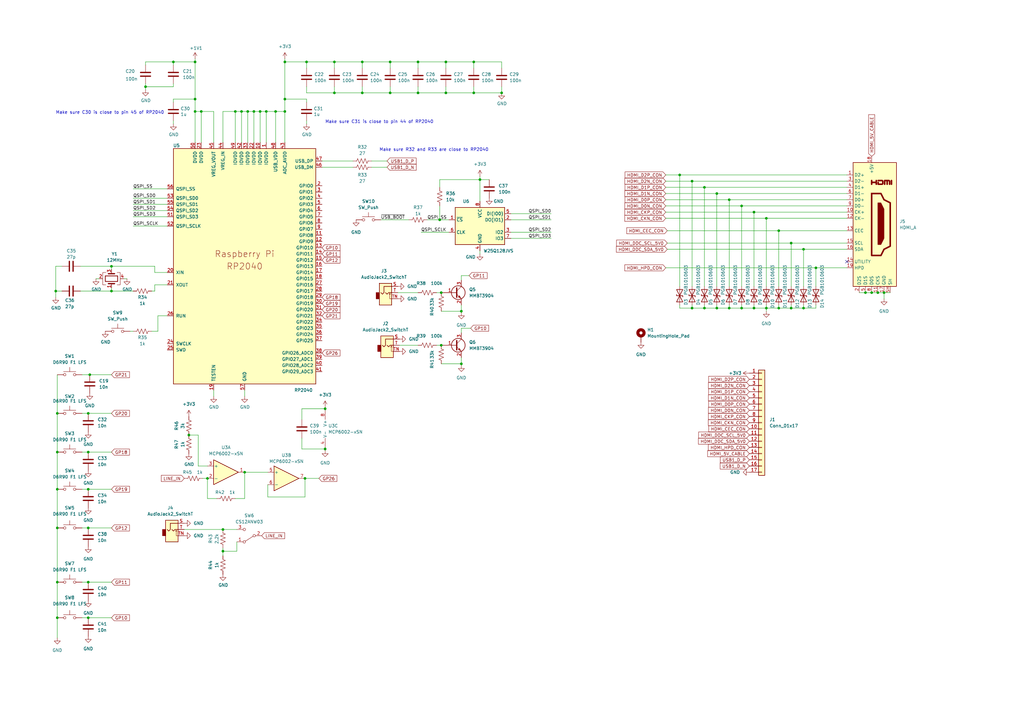
<source format=kicad_sch>
(kicad_sch (version 20230121) (generator eeschema)
  (paper "A3")
  (junction (at 334.645 109.855))
  (junction (at 299.085 81.915))
  (junction (at 36.195 200.66))
  (junction (at 36.195 238.76))
  (junction (at 362.585 120.015))
  (junction (at 148.59 25.4))
  (junction (at 91.44 226.06))
  (junction (at 360.045 120.015))
  (junction (at 309.245 86.995))
  (junction (at 36.195 253.365))
  (junction (at 278.765 71.755))
  (junction (at 77.47 178.435))
  (junction (at 283.845 74.295))
  (junction (at 288.925 126.365))
  (junction (at 171.45 38.1))
  (junction (at 137.16 38.1))
  (junction (at 319.405 126.365))
  (junction (at 100.33 193.675))
  (junction (at 36.195 185.42))
  (junction (at 357.505 120.015))
  (junction (at 82.55 45.72))
  (junction (at 180.975 141.605))
  (junction (at 304.165 84.455))
  (junction (at 116.84 45.72))
  (junction (at 125.095 196.215))
  (junction (at 36.195 169.545))
  (junction (at 23.495 200.66))
  (junction (at 294.005 126.365))
  (junction (at 71.12 25.4))
  (junction (at 189.23 127.635))
  (junction (at 160.02 38.1))
  (junction (at 194.31 38.1))
  (junction (at 85.09 196.215))
  (junction (at 148.59 38.1))
  (junction (at 324.485 126.365))
  (junction (at 133.35 167.64))
  (junction (at 319.405 94.615))
  (junction (at 96.52 45.72))
  (junction (at 23.495 216.535))
  (junction (at 180.975 120.015))
  (junction (at 182.88 38.1))
  (junction (at 116.84 25.4))
  (junction (at 116.84 40.64))
  (junction (at 106.68 45.72))
  (junction (at 314.325 89.535))
  (junction (at 80.01 25.4))
  (junction (at 324.485 99.695))
  (junction (at 59.69 35.56))
  (junction (at 125.73 25.4))
  (junction (at 309.245 126.365))
  (junction (at 171.45 25.4))
  (junction (at 194.31 25.4))
  (junction (at 182.88 25.4))
  (junction (at 196.85 73.66))
  (junction (at 23.495 253.365))
  (junction (at 45.72 109.22))
  (junction (at 109.22 45.72))
  (junction (at 205.74 38.1))
  (junction (at 91.44 217.17))
  (junction (at 314.325 126.365))
  (junction (at 189.23 149.225))
  (junction (at 23.495 185.42))
  (junction (at 137.16 25.4))
  (junction (at 45.72 119.38))
  (junction (at 99.06 45.72))
  (junction (at 23.495 238.76))
  (junction (at 101.6 45.72))
  (junction (at 22.86 119.38))
  (junction (at 80.01 40.64))
  (junction (at 299.085 126.365))
  (junction (at 329.565 126.365))
  (junction (at 354.965 120.015))
  (junction (at 36.195 216.535))
  (junction (at 160.02 25.4))
  (junction (at 113.03 45.72))
  (junction (at 80.01 45.72))
  (junction (at 36.83 153.67))
  (junction (at 283.845 126.365))
  (junction (at 104.14 45.72))
  (junction (at 288.925 76.835))
  (junction (at 294.005 79.375))
  (junction (at 180.34 90.17))
  (junction (at 133.35 184.15))
  (junction (at 304.165 126.365))
  (junction (at 23.495 169.545))
  (junction (at 329.565 102.235))
  (no_connect (at 347.345 107.315))
  (wire (pts (xy 319.405 125.095) (xy 319.405 126.365)))
  (wire (pts (xy 23.495 253.365) (xy 23.495 261.62)))
  (wire (pts (xy 71.12 40.64) (xy 80.01 40.64)))
  (wire (pts (xy 137.16 25.4) (xy 148.59 25.4)))
  (wire (pts (xy 33.02 109.22) (xy 45.72 109.22)))
  (wire (pts (xy 80.01 40.64) (xy 80.01 45.72)))
  (wire (pts (xy 59.69 34.29) (xy 59.69 35.56)))
  (wire (pts (xy 113.03 58.42) (xy 113.03 45.72)))
  (wire (pts (xy 80.01 25.4) (xy 80.01 40.64)))
  (wire (pts (xy 324.485 125.095) (xy 324.485 126.365)))
  (wire (pts (xy 45.72 253.365) (xy 36.195 253.365)))
  (wire (pts (xy 148.59 25.4) (xy 160.02 25.4)))
  (wire (pts (xy 100.33 204.47) (xy 100.33 193.675)))
  (wire (pts (xy 299.085 126.365) (xy 304.165 126.365)))
  (wire (pts (xy 23.495 238.76) (xy 23.495 253.365)))
  (wire (pts (xy 304.165 84.455) (xy 304.165 117.475)))
  (wire (pts (xy 133.35 167.005) (xy 133.35 167.64)))
  (wire (pts (xy 273.685 99.695) (xy 324.485 99.695)))
  (wire (pts (xy 125.73 35.56) (xy 125.73 38.1)))
  (wire (pts (xy 309.245 126.365) (xy 314.325 126.365)))
  (wire (pts (xy 45.72 109.22) (xy 63.5 109.22)))
  (wire (pts (xy 23.495 153.67) (xy 23.495 169.545)))
  (wire (pts (xy 362.585 120.015) (xy 362.585 122.555)))
  (wire (pts (xy 109.22 45.72) (xy 113.03 45.72)))
  (wire (pts (xy 273.05 79.375) (xy 294.005 79.375)))
  (wire (pts (xy 205.74 35.56) (xy 205.74 38.1)))
  (wire (pts (xy 273.05 109.855) (xy 334.645 109.855)))
  (wire (pts (xy 189.23 149.86) (xy 189.23 149.225)))
  (wire (pts (xy 354.965 120.015) (xy 357.505 120.015)))
  (wire (pts (xy 288.925 125.095) (xy 288.925 126.365)))
  (wire (pts (xy 54.61 83.82) (xy 68.58 83.82)))
  (wire (pts (xy 180.34 84.455) (xy 180.34 90.17)))
  (wire (pts (xy 283.845 74.295) (xy 283.845 117.475)))
  (wire (pts (xy 45.72 169.545) (xy 36.195 169.545)))
  (wire (pts (xy 205.74 25.4) (xy 194.31 25.4)))
  (wire (pts (xy 116.84 25.4) (xy 116.84 40.64)))
  (wire (pts (xy 125.73 49.53) (xy 125.73 50.8)))
  (wire (pts (xy 71.12 49.53) (xy 71.12 50.8)))
  (wire (pts (xy 54.61 88.9) (xy 68.58 88.9)))
  (wire (pts (xy 82.55 58.42) (xy 82.55 45.72)))
  (wire (pts (xy 75.565 217.17) (xy 91.44 217.17)))
  (wire (pts (xy 273.685 94.615) (xy 319.405 94.615)))
  (wire (pts (xy 304.165 84.455) (xy 347.345 84.455)))
  (wire (pts (xy 319.405 94.615) (xy 319.405 117.475)))
  (wire (pts (xy 180.34 90.17) (xy 184.15 90.17)))
  (wire (pts (xy 45.72 119.38) (xy 54.61 119.38)))
  (wire (pts (xy 63.5 111.76) (xy 63.5 109.22)))
  (wire (pts (xy 97.155 226.06) (xy 91.44 226.06)))
  (wire (pts (xy 123.825 179.705) (xy 123.825 184.15)))
  (wire (pts (xy 64.77 135.89) (xy 64.77 129.54)))
  (wire (pts (xy 91.44 226.06) (xy 91.44 224.79)))
  (wire (pts (xy 334.645 126.365) (xy 329.565 126.365)))
  (wire (pts (xy 33.02 119.38) (xy 45.72 119.38)))
  (wire (pts (xy 50.8 114.3) (xy 52.07 114.3)))
  (wire (pts (xy 180.34 73.66) (xy 196.85 73.66)))
  (wire (pts (xy 196.85 73.66) (xy 200.66 73.66)))
  (wire (pts (xy 273.05 89.535) (xy 314.325 89.535)))
  (wire (pts (xy 33.655 200.66) (xy 36.195 200.66)))
  (wire (pts (xy 22.86 109.22) (xy 22.86 119.38)))
  (wire (pts (xy 299.085 125.095) (xy 299.085 126.365)))
  (wire (pts (xy 148.59 27.94) (xy 148.59 25.4)))
  (wire (pts (xy 209.55 87.63) (xy 226.06 87.63)))
  (wire (pts (xy 314.325 126.365) (xy 319.405 126.365)))
  (wire (pts (xy 283.845 125.095) (xy 283.845 126.365)))
  (wire (pts (xy 25.4 109.22) (xy 22.86 109.22)))
  (wire (pts (xy 171.45 38.1) (xy 160.02 38.1)))
  (wire (pts (xy 196.85 73.66) (xy 196.85 82.55)))
  (wire (pts (xy 104.14 58.42) (xy 104.14 45.72)))
  (wire (pts (xy 68.58 92.71) (xy 54.61 92.71)))
  (wire (pts (xy 319.405 126.365) (xy 324.485 126.365)))
  (wire (pts (xy 152.4 66.04) (xy 158.75 66.04)))
  (wire (pts (xy 329.565 102.235) (xy 329.565 117.475)))
  (wire (pts (xy 294.005 79.375) (xy 294.005 117.475)))
  (wire (pts (xy 123.825 172.085) (xy 123.825 167.64)))
  (wire (pts (xy 80.01 45.72) (xy 80.01 58.42)))
  (wire (pts (xy 180.975 141.605) (xy 179.07 141.605)))
  (wire (pts (xy 309.245 86.995) (xy 347.345 86.995)))
  (wire (pts (xy 36.195 169.545) (xy 33.655 169.545)))
  (wire (pts (xy 87.63 160.02) (xy 87.63 162.56)))
  (wire (pts (xy 180.975 127.635) (xy 189.23 127.635)))
  (wire (pts (xy 352.425 120.015) (xy 354.965 120.015)))
  (wire (pts (xy 189.23 128.27) (xy 189.23 127.635)))
  (wire (pts (xy 132.08 68.58) (xy 144.78 68.58)))
  (wire (pts (xy 288.925 126.365) (xy 294.005 126.365)))
  (wire (pts (xy 357.505 120.015) (xy 360.045 120.015)))
  (wire (pts (xy 59.69 35.56) (xy 59.69 36.83)))
  (wire (pts (xy 182.88 25.4) (xy 194.31 25.4)))
  (wire (pts (xy 160.02 38.1) (xy 148.59 38.1)))
  (wire (pts (xy 194.31 27.94) (xy 194.31 25.4)))
  (wire (pts (xy 116.84 25.4) (xy 125.73 25.4)))
  (wire (pts (xy 125.73 41.91) (xy 125.73 40.64)))
  (wire (pts (xy 68.58 77.47) (xy 54.61 77.47)))
  (wire (pts (xy 329.565 102.235) (xy 347.345 102.235)))
  (wire (pts (xy 283.845 74.295) (xy 347.345 74.295)))
  (wire (pts (xy 116.84 40.64) (xy 125.73 40.64)))
  (wire (pts (xy 125.095 196.215) (xy 130.81 196.215)))
  (wire (pts (xy 36.195 253.365) (xy 33.655 253.365)))
  (wire (pts (xy 45.72 118.11) (xy 45.72 119.38)))
  (wire (pts (xy 196.85 72.39) (xy 196.85 73.66)))
  (wire (pts (xy 45.72 238.76) (xy 36.195 238.76)))
  (wire (pts (xy 299.085 81.915) (xy 299.085 117.475)))
  (wire (pts (xy 63.5 111.76) (xy 68.58 111.76)))
  (wire (pts (xy 194.31 35.56) (xy 194.31 38.1)))
  (wire (pts (xy 160.02 25.4) (xy 171.45 25.4)))
  (wire (pts (xy 273.05 84.455) (xy 304.165 84.455)))
  (wire (pts (xy 163.195 120.015) (xy 171.45 120.015)))
  (wire (pts (xy 22.86 119.38) (xy 22.86 121.92)))
  (wire (pts (xy 189.23 113.03) (xy 189.23 114.935)))
  (wire (pts (xy 59.69 25.4) (xy 71.12 25.4)))
  (wire (pts (xy 182.88 38.1) (xy 194.31 38.1)))
  (wire (pts (xy 96.52 58.42) (xy 96.52 45.72)))
  (wire (pts (xy 36.83 153.67) (xy 33.655 153.67)))
  (wire (pts (xy 278.765 71.755) (xy 347.345 71.755)))
  (wire (pts (xy 54.61 81.28) (xy 68.58 81.28)))
  (wire (pts (xy 101.6 45.72) (xy 104.14 45.72)))
  (wire (pts (xy 62.23 119.38) (xy 63.5 119.38)))
  (wire (pts (xy 294.005 126.365) (xy 299.085 126.365)))
  (wire (pts (xy 182.88 38.1) (xy 171.45 38.1)))
  (wire (pts (xy 101.6 58.42) (xy 101.6 45.72)))
  (wire (pts (xy 123.825 167.64) (xy 133.35 167.64)))
  (wire (pts (xy 133.35 184.15) (xy 133.35 183.515)))
  (wire (pts (xy 113.03 45.72) (xy 116.84 45.72)))
  (wire (pts (xy 133.35 184.785) (xy 133.35 184.15)))
  (wire (pts (xy 91.44 45.72) (xy 96.52 45.72)))
  (wire (pts (xy 288.925 76.835) (xy 288.925 117.475)))
  (wire (pts (xy 175.26 90.17) (xy 180.34 90.17)))
  (wire (pts (xy 45.72 185.42) (xy 36.195 185.42)))
  (wire (pts (xy 294.005 79.375) (xy 347.345 79.375)))
  (wire (pts (xy 152.4 68.58) (xy 158.75 68.58)))
  (wire (pts (xy 23.495 169.545) (xy 23.495 185.42)))
  (wire (pts (xy 278.765 125.095) (xy 278.765 126.365)))
  (wire (pts (xy 45.72 200.66) (xy 36.195 200.66)))
  (wire (pts (xy 283.845 126.365) (xy 288.925 126.365)))
  (wire (pts (xy 189.23 149.225) (xy 189.23 146.685)))
  (wire (pts (xy 334.645 125.095) (xy 334.645 126.365)))
  (wire (pts (xy 59.69 26.67) (xy 59.69 25.4)))
  (wire (pts (xy 180.975 120.015) (xy 179.07 120.015)))
  (wire (pts (xy 180.975 149.225) (xy 189.23 149.225)))
  (wire (pts (xy 304.165 126.365) (xy 309.245 126.365)))
  (wire (pts (xy 23.495 185.42) (xy 23.495 200.66)))
  (wire (pts (xy 91.44 217.17) (xy 97.155 217.17)))
  (wire (pts (xy 160.02 27.94) (xy 160.02 25.4)))
  (wire (pts (xy 314.325 89.535) (xy 314.325 117.475)))
  (wire (pts (xy 288.925 76.835) (xy 347.345 76.835)))
  (wire (pts (xy 59.69 35.56) (xy 71.12 35.56)))
  (wire (pts (xy 106.68 58.42) (xy 106.68 45.72)))
  (wire (pts (xy 163.83 141.605) (xy 171.45 141.605)))
  (wire (pts (xy 125.73 25.4) (xy 137.16 25.4)))
  (wire (pts (xy 109.855 203.835) (xy 125.095 203.835)))
  (wire (pts (xy 81.28 191.135) (xy 81.28 178.435)))
  (wire (pts (xy 87.63 58.42) (xy 87.63 45.72)))
  (wire (pts (xy 192.405 113.03) (xy 189.23 113.03)))
  (wire (pts (xy 137.16 27.94) (xy 137.16 25.4)))
  (wire (pts (xy 64.77 135.89) (xy 62.23 135.89)))
  (wire (pts (xy 299.085 81.915) (xy 347.345 81.915)))
  (wire (pts (xy 91.44 227.965) (xy 91.44 226.06)))
  (wire (pts (xy 36.195 185.42) (xy 33.655 185.42)))
  (wire (pts (xy 273.05 71.755) (xy 278.765 71.755)))
  (wire (pts (xy 180.34 76.835) (xy 180.34 73.66)))
  (wire (pts (xy 99.06 45.72) (xy 101.6 45.72)))
  (wire (pts (xy 294.005 125.095) (xy 294.005 126.365)))
  (wire (pts (xy 96.52 45.72) (xy 99.06 45.72)))
  (wire (pts (xy 324.485 99.695) (xy 324.485 117.475)))
  (wire (pts (xy 171.45 25.4) (xy 182.88 25.4)))
  (wire (pts (xy 181.61 141.605) (xy 180.975 141.605)))
  (wire (pts (xy 181.61 120.015) (xy 180.975 120.015)))
  (wire (pts (xy 304.165 125.095) (xy 304.165 126.365)))
  (wire (pts (xy 278.765 71.755) (xy 278.765 117.475)))
  (wire (pts (xy 116.84 24.13) (xy 116.84 25.4)))
  (wire (pts (xy 99.06 58.42) (xy 99.06 45.72)))
  (wire (pts (xy 116.84 40.64) (xy 116.84 45.72)))
  (wire (pts (xy 109.22 45.72) (xy 109.22 58.42)))
  (wire (pts (xy 334.645 109.855) (xy 334.645 117.475)))
  (wire (pts (xy 362.585 120.015) (xy 365.125 120.015)))
  (wire (pts (xy 329.565 125.095) (xy 329.565 126.365)))
  (wire (pts (xy 334.645 109.855) (xy 347.345 109.855)))
  (wire (pts (xy 273.05 81.915) (xy 299.085 81.915)))
  (wire (pts (xy 116.84 45.72) (xy 116.84 58.42)))
  (wire (pts (xy 273.05 86.995) (xy 309.245 86.995)))
  (wire (pts (xy 85.09 191.135) (xy 81.28 191.135)))
  (wire (pts (xy 137.16 35.56) (xy 137.16 38.1)))
  (wire (pts (xy 324.485 99.695) (xy 347.345 99.695)))
  (wire (pts (xy 64.77 129.54) (xy 68.58 129.54)))
  (wire (pts (xy 97.155 222.25) (xy 97.155 226.06)))
  (wire (pts (xy 104.14 45.72) (xy 106.68 45.72)))
  (wire (pts (xy 23.495 216.535) (xy 23.495 238.76)))
  (wire (pts (xy 209.55 97.79) (xy 226.06 97.79)))
  (wire (pts (xy 133.35 167.64) (xy 133.35 168.275)))
  (wire (pts (xy 273.685 102.235) (xy 329.565 102.235)))
  (wire (pts (xy 132.08 66.04) (xy 144.78 66.04)))
  (wire (pts (xy 109.855 198.755) (xy 109.855 203.835)))
  (wire (pts (xy 91.44 58.42) (xy 91.44 45.72)))
  (wire (pts (xy 106.68 45.72) (xy 109.22 45.72)))
  (wire (pts (xy 88.9 204.47) (xy 85.09 204.47)))
  (wire (pts (xy 45.72 110.49) (xy 45.72 109.22)))
  (wire (pts (xy 123.825 184.15) (xy 133.35 184.15)))
  (wire (pts (xy 36.195 216.535) (xy 33.655 216.535)))
  (wire (pts (xy 85.09 204.47) (xy 85.09 196.215)))
  (wire (pts (xy 193.04 134.62) (xy 189.23 134.62)))
  (wire (pts (xy 182.88 35.56) (xy 182.88 38.1)))
  (wire (pts (xy 23.495 200.66) (xy 23.495 216.535)))
  (wire (pts (xy 156.21 90.17) (xy 167.64 90.17)))
  (wire (pts (xy 309.245 125.095) (xy 309.245 126.365)))
  (wire (pts (xy 100.33 193.675) (xy 109.855 193.675)))
  (wire (pts (xy 160.02 35.56) (xy 160.02 38.1)))
  (wire (pts (xy 309.245 86.995) (xy 309.245 117.475)))
  (wire (pts (xy 125.73 27.94) (xy 125.73 25.4)))
  (wire (pts (xy 314.325 126.365) (xy 314.325 125.095)))
  (wire (pts (xy 319.405 94.615) (xy 347.345 94.615)))
  (wire (pts (xy 54.61 86.36) (xy 68.58 86.36)))
  (wire (pts (xy 171.45 35.56) (xy 171.45 38.1)))
  (wire (pts (xy 209.55 90.17) (xy 226.06 90.17)))
  (wire (pts (xy 273.05 74.295) (xy 283.845 74.295)))
  (wire (pts (xy 314.325 89.535) (xy 347.345 89.535)))
  (wire (pts (xy 100.33 160.02) (xy 100.33 162.56)))
  (wire (pts (xy 25.4 119.38) (xy 22.86 119.38)))
  (wire (pts (xy 71.12 25.4) (xy 80.01 25.4)))
  (wire (pts (xy 71.12 26.67) (xy 71.12 25.4)))
  (wire (pts (xy 137.16 38.1) (xy 125.73 38.1)))
  (wire (pts (xy 205.74 27.94) (xy 205.74 25.4)))
  (wire (pts (xy 82.55 45.72) (xy 80.01 45.72)))
  (wire (pts (xy 36.195 238.76) (xy 33.655 238.76)))
  (wire (pts (xy 171.45 27.94) (xy 171.45 25.4)))
  (wire (pts (xy 196.85 102.87) (xy 196.85 104.14)))
  (wire (pts (xy 81.28 178.435) (xy 77.47 178.435)))
  (wire (pts (xy 189.23 134.62) (xy 189.23 136.525)))
  (wire (pts (xy 68.58 116.84) (xy 63.5 116.84)))
  (wire (pts (xy 71.12 41.91) (xy 71.12 40.64)))
  (wire (pts (xy 83.185 196.215) (xy 85.09 196.215)))
  (wire (pts (xy 360.045 120.015) (xy 362.585 120.015)))
  (wire (pts (xy 71.12 35.56) (xy 71.12 34.29)))
  (wire (pts (xy 182.88 27.94) (xy 182.88 25.4)))
  (wire (pts (xy 148.59 38.1) (xy 137.16 38.1)))
  (wire (pts (xy 148.59 35.56) (xy 148.59 38.1)))
  (wire (pts (xy 96.52 204.47) (xy 100.33 204.47)))
  (wire (pts (xy 87.63 45.72) (xy 82.55 45.72)))
  (wire (pts (xy 53.34 135.89) (xy 54.61 135.89)))
  (wire (pts (xy 189.23 127.635) (xy 189.23 125.095)))
  (wire (pts (xy 205.74 38.1) (xy 194.31 38.1)))
  (wire (pts (xy 314.325 126.365) (xy 314.325 127.635)))
  (wire (pts (xy 80.01 24.13) (xy 80.01 25.4)))
  (wire (pts (xy 39.37 114.3) (xy 40.64 114.3)))
  (wire (pts (xy 45.72 153.67) (xy 36.83 153.67)))
  (wire (pts (xy 172.72 95.25) (xy 184.15 95.25)))
  (wire (pts (xy 209.55 95.25) (xy 226.06 95.25)))
  (wire (pts (xy 273.05 76.835) (xy 288.925 76.835)))
  (wire (pts (xy 125.095 203.835) (xy 125.095 196.215)))
  (wire (pts (xy 63.5 116.84) (xy 63.5 119.38)))
  (wire (pts (xy 324.485 126.365) (xy 329.565 126.365)))
  (wire (pts (xy 45.72 216.535) (xy 36.195 216.535)))
  (wire (pts (xy 278.765 126.365) (xy 283.845 126.365)))
  (text "Make sure R32 and R33 are close to RP2040" (at 155.575 62.23 0) (effects (font (size 1.27 1.27)) (justify left bottom)))
  (text "Make sure C30 is close to pin 45 of RP2040" (at 22.86 46.99 0) (effects (font (size 1.27 1.27)) (justify left bottom)))
  (text "Make sure C31 is close to pin 44 of RP2040" (at 133.35 50.8 0) (effects (font (size 1.27 1.27)) (justify left bottom)))
  (label "QSPI_SD2" (at 54.61 86.36 0))
  (label "QSPI_SD1" (at 226.06 90.17 180))
  (label "QSPI_SD3" (at 54.61 88.9 0))
  (label "~{USB_BOOT}" (at 156.21 90.17 0))
  (label "QSPI_SCLK" (at 54.61 92.71 0))
  (label "QSPI_SS" (at 54.61 77.47 0))
  (label "QSPI_SD0" (at 226.06 87.63 180))
  (label "QSPI_SD1" (at 54.61 83.82 0))
  (label "QSPI_SCLK" (at 172.72 95.25 0))
  (label "QSPI_SD2" (at 226.06 95.25 180))
  (label "QSPI_SD0" (at 54.61 81.28 0))
  (label "QSPI_SD3" (at 226.06 97.79 180))
  (label "QSPI_SS" (at 175.26 90.17 0))
  (global_label "HDMI_5V_CABLE" (shape input) (at 307.34 186.055 180) (property "Intersheetrefs" "${INTERSHEET_REFS}" (effects hide)))
  (global_label "HDMI_D1P_CON" (shape input) (at 307.34 160.655 180) (property "Intersheetrefs" "${INTERSHEET_REFS}" (effects hide)))
  (global_label "HDMI_CKN_CON" (shape input) (at 273.05 89.535 180) (property "Intersheetrefs" "${INTERSHEET_REFS}" (effects hide)))
  (global_label "USB1_D_N" (shape input) (at 307.34 191.135 180) (property "Intersheetrefs" "${INTERSHEET_REFS}" (effects hide)))
  (global_label "HDMI_5V_CABLE" (shape input) (at 357.505 64.135 90) (property "Intersheetrefs" "${INTERSHEET_REFS}" (effects hide)))
  (global_label "GP26" (shape input) (at 132.08 144.78 0) (property "Intersheetrefs" "${INTERSHEET_REFS}" (effects hide)))
  (global_label "HDMI_D0N_CON" (shape input) (at 307.34 168.275 180) (property "Intersheetrefs" "${INTERSHEET_REFS}" (effects hide)))
  (global_label "HDMI_D2N_CON" (shape input) (at 273.05 74.295 180) (property "Intersheetrefs" "${INTERSHEET_REFS}" (effects hide)))
  (global_label "LINE_IN" (shape input) (at 107.315 219.71 0) (property "Intersheetrefs" "${INTERSHEET_REFS}" (effects hide)))
  (global_label "GP20" (shape input) (at 45.72 169.545 0) (property "Intersheetrefs" "${INTERSHEET_REFS}" (effects hide)))
  (global_label "USB1_D_N" (shape input) (at 158.75 68.58 0) (property "Intersheetrefs" "${INTERSHEET_REFS}" (effects hide)))
  (global_label "HDMI_D0N_CON" (shape input) (at 273.05 84.455 180) (property "Intersheetrefs" "${INTERSHEET_REFS}" (effects hide)))
  (global_label "HDMI_CKN_CON" (shape input) (at 307.34 173.355 180) (property "Intersheetrefs" "${INTERSHEET_REFS}" (effects hide)))
  (global_label "LINE_IN" (shape input) (at 75.565 196.215 180) (property "Intersheetrefs" "${INTERSHEET_REFS}" (effects hide)))
  (global_label "HDMI_DDC_SDA_5V0" (shape input) (at 307.34 180.975 180) (property "Intersheetrefs" "${INTERSHEET_REFS}" (effects hide)))
  (global_label "GP10" (shape input) (at 132.08 101.6 0) (property "Intersheetrefs" "${INTERSHEET_REFS}" (effects hide)))
  (global_label "GP18" (shape input) (at 45.72 185.42 0) (property "Intersheetrefs" "${INTERSHEET_REFS}" (effects hide)))
  (global_label "GP11" (shape input) (at 132.08 104.14 0) (property "Intersheetrefs" "${INTERSHEET_REFS}" (effects hide)))
  (global_label "GP21" (shape input) (at 45.72 153.67 0) (property "Intersheetrefs" "${INTERSHEET_REFS}" (effects hide)))
  (global_label "GP21" (shape input) (at 132.08 129.54 0) (property "Intersheetrefs" "${INTERSHEET_REFS}" (effects hide)))
  (global_label "USB1_D_P" (shape input) (at 158.75 66.04 0) (property "Intersheetrefs" "${INTERSHEET_REFS}" (effects hide)))
  (global_label "HDMI_CEC_CON" (shape input) (at 307.34 175.895 180) (property "Intersheetrefs" "${INTERSHEET_REFS}" (effects hide)))
  (global_label "GP18" (shape input) (at 132.08 121.92 0) (property "Intersheetrefs" "${INTERSHEET_REFS}" (effects hide)))
  (global_label "HDMI_D1N_CON" (shape input) (at 307.34 163.195 180) (property "Intersheetrefs" "${INTERSHEET_REFS}" (effects hide)))
  (global_label "HDMI_D0P_CON" (shape input) (at 307.34 165.735 180) (property "Intersheetrefs" "${INTERSHEET_REFS}" (effects hide)))
  (global_label "HDMI_HPD_CON" (shape input) (at 307.34 183.515 180) (property "Intersheetrefs" "${INTERSHEET_REFS}" (effects hide)))
  (global_label "HDMI_DDC_SCL_5V0" (shape input) (at 307.34 178.435 180) (property "Intersheetrefs" "${INTERSHEET_REFS}" (effects hide)))
  (global_label "GP12" (shape input) (at 45.72 216.535 0) (property "Intersheetrefs" "${INTERSHEET_REFS}" (effects hide)))
  (global_label "HDMI_D2P_CON" (shape input) (at 307.34 155.575 180) (property "Intersheetrefs" "${INTERSHEET_REFS}" (effects hide)))
  (global_label "HDMI_D1P_CON" (shape input) (at 273.05 76.835 180) (property "Intersheetrefs" "${INTERSHEET_REFS}" (effects hide)))
  (global_label "USB1_D_P" (shape input) (at 307.34 188.595 180) (property "Intersheetrefs" "${INTERSHEET_REFS}" (effects hide)))
  (global_label "GP19" (shape input) (at 132.08 124.46 0) (property "Intersheetrefs" "${INTERSHEET_REFS}" (effects hide)))
  (global_label "HDMI_D2P_CON" (shape input) (at 273.05 71.755 180) (property "Intersheetrefs" "${INTERSHEET_REFS}" (effects hide)))
  (global_label "GP10" (shape input) (at 193.04 134.62 0) (property "Intersheetrefs" "${INTERSHEET_REFS}" (effects hide)))
  (global_label "GP11" (shape input) (at 45.72 238.76 0) (property "Intersheetrefs" "${INTERSHEET_REFS}" (effects hide)))
  (global_label "HDMI_HPD_CON" (shape input) (at 273.05 109.855 180) (property "Intersheetrefs" "${INTERSHEET_REFS}" (effects hide)))
  (global_label "GP12" (shape input) (at 132.08 106.68 0) (property "Intersheetrefs" "${INTERSHEET_REFS}" (effects hide)))
  (global_label "HDMI_D0P_CON" (shape input) (at 273.05 81.915 180) (property "Intersheetrefs" "${INTERSHEET_REFS}" (effects hide)))
  (global_label "GP10" (shape input) (at 45.72 253.365 0) (property "Intersheetrefs" "${INTERSHEET_REFS}" (effects hide)))
  (global_label "HDMI_DDC_SCL_5V0" (shape input) (at 273.685 99.695 180) (property "Intersheetrefs" "${INTERSHEET_REFS}" (effects hide)))
  (global_label "GP26" (shape input) (at 130.81 196.215 0) (property "Intersheetrefs" "${INTERSHEET_REFS}" (effects hide)))
  (global_label "GP11" (shape input) (at 192.405 113.03 0) (property "Intersheetrefs" "${INTERSHEET_REFS}" (effects hide)))
  (global_label "HDMI_CKP_CON" (shape input) (at 273.05 86.995 180) (property "Intersheetrefs" "${INTERSHEET_REFS}" (effects hide)))
  (global_label "GP20" (shape input) (at 132.08 127 0) (property "Intersheetrefs" "${INTERSHEET_REFS}" (effects hide)))
  (global_label "HDMI_CKP_CON" (shape input) (at 307.34 170.815 180) (property "Intersheetrefs" "${INTERSHEET_REFS}" (effects hide)))
  (global_label "HDMI_D2N_CON" (shape input) (at 307.34 158.115 180) (property "Intersheetrefs" "${INTERSHEET_REFS}" (effects hide)))
  (global_label "HDMI_D1N_CON" (shape input) (at 273.05 79.375 180) (property "Intersheetrefs" "${INTERSHEET_REFS}" (effects hide)))
  (global_label "GP19" (shape input) (at 45.72 200.66 0) (property "Intersheetrefs" "${INTERSHEET_REFS}" (effects hide)))
  (global_label "HDMI_DDC_SDA_5V0" (shape input) (at 273.685 102.235 180) (property "Intersheetrefs" "${INTERSHEET_REFS}" (effects hide)))
  (global_label "HDMI_CEC_CON" (shape input) (at 273.685 94.615 180) (property "Intersheetrefs" "${INTERSHEET_REFS}" (effects hide)))
  (symbol (lib_id "Switch:SW_Push") (at 28.575 238.76 0) (unit 1)
    (property "Reference" "SW7" (at 28.575 231.14 0))
    (property "Value" "D6R90 F1 LFS" (at 28.575 233.68 0))
    (property "Footprint" "Button_Switch_THT:Push_E-Switch_KS01Q01" (effects hide))
  )
  (symbol (lib_id "Connector_Audio:AudioJack2_SwitchT") (at 70.485 217.17 0) (unit 1)
    (property "Reference" "J4" (at 69.85 208.28 0))
    (property "Value" "AudioJack2_SwitchT" (at 69.85 210.82 0))
    (property "Footprint" "Connector_Audio:Jack_3.5mm_QingPu_WQP-PJ398SM_Vertical_CircularHoles" (effects hide))
  )
  (symbol (lib_id "power:GND") (at 36.83 161.29 0) (unit 1)
    (property "Reference" "#PWR054" (effects hide))
    (property "Value" "GND" (at 36.83 166.37 0))
  )
  (symbol (lib_id "Device:D_TVS") (at 334.645 121.285 90) (unit 1)
    (property "Reference" "D14" (at 337.185 122.555 0) (effects (justify right)))
    (property "Value" "PGB1010603" (at 337.185 108.585 0) (effects (justify right)))
    (property "Footprint" "Diode_SMD:D_0603_1608Metric" (effects hide))
  )
  (symbol (lib_id "Device:R_US") (at 58.42 119.38 270) (unit 1)
    (property "Reference" "R34" (at 58.42 121.92 90))
    (property "Value" "1k" (at 58.42 124.46 90))
    (property "Footprint" "Resistor_SMD:R_0603_1608Metric" (effects hide))
  )
  (symbol (lib_id "power:+3V3") (at 77.47 170.815 0) (unit 1)
    (property "Reference" "#PWR067" (effects hide))
    (property "Value" "+3V3" (at 77.47 165.735 0))
  )
  (symbol (lib_id "Connector_Generic:Conn_01x17") (at 312.42 173.355 0) (unit 1)
    (property "Reference" "J1" (at 315.595 172.085 0) (effects (justify left)))
    (property "Value" "Conn_01x17" (at 315.595 174.625 0) (effects (justify left)))
    (property "Footprint" "Connector_PinSocket_2.54mm:PinSocket_1x17_P2.54mm_Vertical" (effects hide))
  )
  (symbol (lib_id "Device:C") (at 123.825 175.895 0) (unit 1)
    (property "Reference" "C39" (at 127 174.625 0) (effects (justify left)))
    (property "Value" "100n" (at 127 177.165 0) (effects (justify left)))
    (property "Footprint" "Capacitor_SMD:C_0603_1608Metric" (effects hide))
  )
  (symbol (lib_id "Switch:SW_Push") (at 28.575 216.535 0) (unit 1)
    (property "Reference" "SW5" (at 28.575 208.28 0))
    (property "Value" "D6R90 F1 LFS" (at 28.575 210.82 0))
    (property "Footprint" "Button_Switch_THT:Push_E-Switch_KS01Q01" (effects hide))
  )
  (symbol (lib_id "power:GND") (at 205.74 38.1 0) (unit 1)
    (property "Reference" "#PWR033" (effects hide))
    (property "Value" "GND" (at 205.867 42.4942 0))
  )
  (symbol (lib_id "Device:R_US") (at 180.975 145.415 180) (unit 1)
    (property "Reference" "R41" (at 177.165 149.225 90))
    (property "Value" "33k" (at 177.165 145.415 90))
    (property "Footprint" "Resistor_SMD:R_0603_1608Metric" (effects hide))
  )
  (symbol (lib_id "Device:D_TVS") (at 304.165 121.285 90) (unit 1)
    (property "Reference" "D8" (at 306.705 122.555 0) (effects (justify right)))
    (property "Value" "PGB1010603" (at 306.705 108.585 0) (effects (justify right)))
    (property "Footprint" "Diode_SMD:D_0603_1608Metric" (effects hide))
  )
  (symbol (lib_id "power:GND") (at 91.44 235.585 0) (unit 1)
    (property "Reference" "#PWR065" (effects hide))
    (property "Value" "GND" (at 91.567 239.9792 0))
  )
  (symbol (lib_id "Device:C") (at 160.02 31.75 0) (unit 1)
    (property "Reference" "C25" (at 163.195 30.48 0) (effects (justify left)))
    (property "Value" "100n" (at 163.195 33.02 0) (effects (justify left)))
    (property "Footprint" "Capacitor_SMD:C_0603_1608Metric" (effects hide))
  )
  (symbol (lib_id "Device:D_TVS") (at 309.245 121.285 90) (unit 1)
    (property "Reference" "D9" (at 311.785 122.555 0) (effects (justify right)))
    (property "Value" "PGB1010603" (at 311.785 108.585 0) (effects (justify right)))
    (property "Footprint" "Diode_SMD:D_0603_1608Metric" (effects hide))
  )
  (symbol (lib_id "Switch:SW_Push") (at 28.575 153.67 0) (unit 1)
    (property "Reference" "SW1" (at 28.575 146.05 0))
    (property "Value" "D6R90 F1 LFS" (at 28.575 148.59 0))
    (property "Footprint" "Button_Switch_THT:Push_E-Switch_KS01Q01" (effects hide))
  )
  (symbol (lib_id "power:GND") (at 189.23 128.27 0) (unit 1)
    (property "Reference" "#PWR063" (effects hide))
    (property "Value" "GND" (at 189.23 133.35 0))
  )
  (symbol (lib_id "Device:R_US") (at 79.375 196.215 90) (unit 1)
    (property "Reference" "R45" (at 76.835 193.675 90))
    (property "Value" "1k" (at 81.915 193.675 90))
    (property "Footprint" "Resistor_SMD:R_0603_1608Metric" (effects hide))
  )
  (symbol (lib_id "Transistor_BJT:MMBT3904") (at 186.69 120.015 0) (unit 1)
    (property "Reference" "Q5" (at 192.405 118.745 0) (effects (justify left)))
    (property "Value" "MMBT3904" (at 192.405 121.285 0) (effects (justify left)))
    (property "Footprint" "Package_TO_SOT_SMD:SOT-23" (effects hide))
    (property "Datasheet" "https://www.onsemi.com/pdf/datasheet/pzt3904-d.pdf" (effects hide))
  )
  (symbol (lib_id "Device:D_TVS") (at 294.005 121.285 90) (unit 1)
    (property "Reference" "D6" (at 296.545 122.555 0) (effects (justify right)))
    (property "Value" "PGB1010603" (at 296.545 108.585 0) (effects (justify right)))
    (property "Footprint" "Diode_SMD:D_0603_1608Metric" (effects hide))
  )
  (symbol (lib_id "power:GND") (at 163.195 117.475 90) (unit 1)
    (property "Reference" "#PWR039" (effects hide))
    (property "Value" "GND" (at 167.005 117.475 90) (effects (justify right)))
  )
  (symbol (lib_id "Device:R_US") (at 58.42 135.89 270) (unit 1)
    (property "Reference" "R35" (at 58.42 138.43 90))
    (property "Value" "1k" (at 58.42 140.97 90))
    (property "Footprint" "Resistor_SMD:R_0603_1608Metric" (effects hide))
  )
  (symbol (lib_id "power:GND") (at 77.47 186.055 0) (unit 1)
    (property "Reference" "#PWR066" (effects hide))
    (property "Value" "GND" (at 77.597 190.4492 0))
  )
  (symbol (lib_id "power:GND") (at 362.585 122.555 0) (unit 1)
    (property "Reference" "#PWR013" (effects hide))
    (property "Value" "GND" (at 362.585 127.635 0))
  )
  (symbol (lib_id "power:GND") (at 87.63 162.56 0) (unit 1)
    (property "Reference" "#PWR051" (effects hide))
    (property "Value" "GND" (at 87.757 166.9542 0))
  )
  (symbol (lib_id "Device:D_TVS") (at 283.845 121.285 90) (unit 1)
    (property "Reference" "D4" (at 286.385 122.555 0) (effects (justify right)))
    (property "Value" "PGB1010603" (at 286.385 108.585 0) (effects (justify right)))
    (property "Footprint" "Diode_SMD:D_0603_1608Metric" (effects hide))
  )
  (symbol (lib_id "Switch:SW_Push") (at 28.575 253.365 0) (unit 1)
    (property "Reference" "SW8" (at 28.575 245.11 0))
    (property "Value" "D6R90 F1 LFS" (at 28.575 247.65 0))
    (property "Footprint" "Button_Switch_THT:Push_E-Switch_KS01Q01" (effects hide))
  )
  (symbol (lib_id "Device:C") (at 125.73 45.72 0) (unit 1)
    (property "Reference" "C31" (at 128.651 44.5516 0) (effects (justify left)))
    (property "Value" "1u" (at 128.651 46.863 0) (effects (justify left)))
    (property "Footprint" "Capacitor_SMD:C_0603_1608Metric" (effects hide))
  )
  (symbol (lib_id "Mechanical:MountingHole_Pad") (at 262.89 137.795 0) (unit 1)
    (property "Reference" "H1" (at 265.43 135.255 0) (effects (justify left)))
    (property "Value" "MountingHole_Pad" (at 265.43 137.795 0) (effects (justify left)))
    (property "Footprint" "MountingHole:MountingHole_3.2mm_M3_DIN965_Pad" (effects hide))
  )
  (symbol (lib_id "power:GND") (at 133.35 184.785 0) (unit 1)
    (property "Reference" "#PWR064" (effects hide))
    (property "Value" "GND" (at 133.35 189.865 0))
  )
  (symbol (lib_id "Connector:HDMI_A") (at 357.505 92.075 0) (unit 1)
    (property "Reference" "J5" (at 368.935 90.805 0) (effects (justify left)))
    (property "Value" "HDMI_A" (at 368.935 93.345 0) (effects (justify left)))
    (property "Footprint" "footprints:MOLEX_476591101" (effects hide))
    (property "Datasheet" "https://en.wikipedia.org/wiki/HDMI" (effects hide))
  )
  (symbol (lib_id "power:GND") (at 39.37 114.3 0) (unit 1)
    (property "Reference" "#PWR042" (effects hide))
    (property "Value" "GND" (at 39.497 118.6942 0))
  )
  (symbol (lib_id "Device:C") (at 71.12 30.48 0) (unit 1)
    (property "Reference" "C21" (at 74.93 29.21 0) (effects (justify left)))
    (property "Value" "100n" (at 74.93 31.75 0) (effects (justify left)))
    (property "Footprint" "Capacitor_SMD:C_0603_1608Metric" (effects hide))
  )
  (symbol (lib_id "Device:C") (at 36.195 220.345 0) (unit 1)
    (property "Reference" "C38" (at 40.005 219.075 0) (effects (justify left)))
    (property "Value" "10n" (at 40.005 221.615 0) (effects (justify left)))
    (property "Footprint" "Capacitor_SMD:C_0603_1608Metric" (effects hide))
  )
  (symbol (lib_id "Device:R_US") (at 91.44 220.98 0) (unit 1)
    (property "Reference" "R43" (at 86.36 220.98 90))
    (property "Value" "2.2k" (at 88.9 220.98 90))
    (property "Footprint" "Resistor_SMD:R_0603_1608Metric" (effects hide))
  )
  (symbol (lib_id "Device:D_TVS") (at 314.325 121.285 90) (unit 1)
    (property "Reference" "D10" (at 316.865 122.555 0) (effects (justify right)))
    (property "Value" "PGB1010603" (at 316.865 108.585 0) (effects (justify right)))
    (property "Footprint" "Diode_SMD:D_0603_1608Metric" (effects hide))
  )
  (symbol (lib_id "power:GND") (at 36.195 224.155 0) (unit 1)
    (property "Reference" "#PWR058" (effects hide))
    (property "Value" "GND" (at 36.195 229.235 0))
  )
  (symbol (lib_id "Device:C") (at 36.195 242.57 0) (unit 1)
    (property "Reference" "C40" (at 40.005 241.3 0) (effects (justify left)))
    (property "Value" "10n" (at 40.005 243.84 0) (effects (justify left)))
    (property "Footprint" "Capacitor_SMD:C_0603_1608Metric" (effects hide))
  )
  (symbol (lib_id "power:GND") (at 163.83 139.065 90) (unit 1)
    (property "Reference" "#PWR018" (effects hide))
    (property "Value" "GND" (at 167.64 139.065 90) (effects (justify right)))
  )
  (symbol (lib_id "power:GND") (at 36.195 260.985 0) (unit 1)
    (property "Reference" "#PWR061" (effects hide))
    (property "Value" "GND" (at 36.195 266.065 0))
  )
  (symbol (lib_id "Device:C") (at 205.74 31.75 0) (unit 1)
    (property "Reference" "C29" (at 208.915 30.48 0) (effects (justify left)))
    (property "Value" "100n" (at 208.915 33.02 0) (effects (justify left)))
    (property "Footprint" "Capacitor_SMD:C_0603_1608Metric" (effects hide))
  )
  (symbol (lib_id "Device:R_US") (at 180.34 80.645 180) (unit 1)
    (property "Reference" "R36" (at 182.88 79.375 0) (effects (justify right)))
    (property "Value" "10k" (at 182.88 81.915 0) (effects (justify right)))
    (property "Footprint" "Resistor_SMD:R_0603_1608Metric" (effects hide))
  )
  (symbol (lib_id "Device:C") (at 125.73 31.75 0) (unit 1)
    (property "Reference" "C22" (at 128.905 30.48 0) (effects (justify left)))
    (property "Value" "100n" (at 128.905 33.02 0) (effects (justify left)))
    (property "Footprint" "Capacitor_SMD:C_0603_1608Metric" (effects hide))
  )
  (symbol (lib_id "Device:C") (at 29.21 109.22 270) (unit 1)
    (property "Reference" "C35" (at 27.305 102.87 90) (effects (justify left)))
    (property "Value" "27p" (at 27.305 105.41 90) (effects (justify left)))
    (property "Footprint" "Capacitor_SMD:C_0603_1608Metric" (effects hide))
  )
  (symbol (lib_id "Switch:SW_Push") (at 28.575 200.66 0) (unit 1)
    (property "Reference" "SW4" (at 28.575 193.04 0))
    (property "Value" "D6R90 F1 LFS" (at 28.575 195.58 0))
    (property "Footprint" "Button_Switch_THT:Push_E-Switch_KS01Q01" (effects hide))
  )
  (symbol (lib_id "power:+3V3") (at 196.85 72.39 0) (unit 1)
    (property "Reference" "#PWR036" (effects hide))
    (property "Value" "+3V3" (at 196.85 67.31 0))
  )
  (symbol (lib_id "Device:R_US") (at 180.975 123.825 180) (unit 1)
    (property "Reference" "R40" (at 177.165 127.635 90))
    (property "Value" "33k" (at 177.165 123.825 90))
    (property "Footprint" "Resistor_SMD:R_0603_1608Metric" (effects hide))
  )
  (symbol (lib_id "power:GND") (at 100.33 162.56 0) (unit 1)
    (property "Reference" "#PWR052" (effects hide))
    (property "Value" "GND" (at 100.457 166.9542 0))
  )
  (symbol (lib_id "Device:R_US") (at 148.59 66.04 90) (unit 1)
    (property "Reference" "R32" (at 148.59 60.325 90))
    (property "Value" "27" (at 148.59 62.865 90))
    (property "Footprint" "Resistor_SMD:R_0603_1608Metric" (effects hide))
  )
  (symbol (lib_id "power:GND") (at 125.73 50.8 0) (unit 1)
    (property "Reference" "#PWR035" (effects hide))
    (property "Value" "GND" (at 125.857 55.1942 0))
  )
  (symbol (lib_id "Device:R_US") (at 77.47 182.245 0) (unit 1)
    (property "Reference" "R47" (at 72.39 182.245 90))
    (property "Value" "1k" (at 74.93 182.245 90))
    (property "Footprint" "Resistor_SMD:R_0603_1608Metric" (effects hide))
  )
  (symbol (lib_id "Device:D_TVS") (at 288.925 121.285 90) (unit 1)
    (property "Reference" "D5" (at 291.465 122.555 0) (effects (justify right)))
    (property "Value" "PGB1010603" (at 291.465 108.585 0) (effects (justify right)))
    (property "Footprint" "Diode_SMD:D_0603_1608Metric" (effects hide))
  )
  (symbol (lib_id "power:GND") (at 36.195 246.38 0) (unit 1)
    (property "Reference" "#PWR060" (effects hide))
    (property "Value" "GND" (at 36.195 251.46 0))
  )
  (symbol (lib_id "Device:D_TVS") (at 299.085 121.285 90) (unit 1)
    (property "Reference" "D7" (at 301.625 122.555 0) (effects (justify right)))
    (property "Value" "PGB1010603" (at 301.625 108.585 0) (effects (justify right)))
    (property "Footprint" "Diode_SMD:D_0603_1608Metric" (effects hide))
  )
  (symbol (lib_id "Device:C") (at 200.66 77.47 0) (unit 1)
    (property "Reference" "C37" (at 204.47 76.2 0) (effects (justify left)))
    (property "Value" "100n" (at 204.47 78.74 0) (effects (justify left)))
    (property "Footprint" "Capacitor_SMD:C_0603_1608Metric" (effects hide))
  )
  (symbol (lib_id "Device:C") (at 182.88 31.75 0) (unit 1)
    (property "Reference" "C27" (at 186.055 30.48 0) (effects (justify left)))
    (property "Value" "100n" (at 186.055 33.02 0) (effects (justify left)))
    (property "Footprint" "Capacitor_SMD:C_0603_1608Metric" (effects hide))
  )
  (symbol (lib_id "power:GND") (at 36.195 177.165 0) (unit 1)
    (property "Reference" "#PWR055" (effects hide))
    (property "Value" "GND" (at 36.195 182.245 0))
  )
  (symbol (lib_id "Device:C") (at 171.45 31.75 0) (unit 1)
    (property "Reference" "C26" (at 174.625 30.48 0) (effects (justify left)))
    (property "Value" "100n" (at 174.625 33.02 0) (effects (justify left)))
    (property "Footprint" "Capacitor_SMD:C_0603_1608Metric" (effects hide))
  )
  (symbol (lib_id "Connector_Audio:AudioJack2_SwitchT") (at 158.115 120.015 0) (unit 1)
    (property "Reference" "J3" (at 157.48 111.125 0))
    (property "Value" "AudioJack2_SwitchT" (at 157.48 113.665 0))
    (property "Footprint" "Connector_Audio:Jack_3.5mm_QingPu_WQP-PJ398SM_Vertical_CircularHoles" (effects hide))
  )
  (symbol (lib_id "power:GND") (at 189.23 149.86 0) (unit 1)
    (property "Reference" "#PWR062" (effects hide))
    (property "Value" "GND" (at 189.23 154.94 0))
  )
  (symbol (lib_id "Device:Crystal_GND24") (at 45.72 114.3 90) (unit 1)
    (property "Reference" "Y1" (at 46.99 104.14 90))
    (property "Value" "12MHz" (at 46.99 106.68 90))
    (property "Footprint" "Crystal:Crystal_SMD_3225-4Pin_3.2x2.5mm" (effects hide))
  )
  (symbol (lib_id "Device:C") (at 36.195 173.355 0) (unit 1)
    (property "Reference" "C32" (at 40.005 172.085 0) (effects (justify left)))
    (property "Value" "10n" (at 40.005 174.625 0) (effects (justify left)))
    (property "Footprint" "Capacitor_SMD:C_0603_1608Metric" (effects hide))
  )
  (symbol (lib_id "Device:C") (at 148.59 31.75 0) (unit 1)
    (property "Reference" "C24" (at 151.765 30.48 0) (effects (justify left)))
    (property "Value" "100n" (at 151.765 33.02 0) (effects (justify left)))
    (property "Footprint" "Capacitor_SMD:C_0603_1608Metric" (effects hide))
  )
  (symbol (lib_id "Amplifier_Operational:MCP6002-xSN") (at 135.89 175.895 0) (unit 3)
    (property "Reference" "U3" (at 134.62 174.625 0) (effects (justify left)))
    (property "Value" "MCP6002-xSN" (at 134.62 177.165 0) (effects (justify left)))
    (property "Footprint" "Package_SO:SOIC-8_3.9x4.9mm_P1.27mm" (effects hide))
    (property "Datasheet" "http://ww1.microchip.com/downloads/en/DeviceDoc/21733j.pdf" (effects hide))
  )
  (symbol (lib_id "power:GND") (at 146.05 90.17 0) (unit 1)
    (property "Reference" "#PWR048" (effects hide))
    (property "Value" "GND" (at 146.05 95.25 0))
  )
  (symbol (lib_id "Switch:SW_Push") (at 28.575 185.42 0) (unit 1)
    (property "Reference" "SW3" (at 28.575 177.8 0))
    (property "Value" "D6R90 F1 LFS" (at 28.575 180.34 0))
    (property "Footprint" "Button_Switch_THT:Push_E-Switch_KS01Q01" (effects hide))
  )
  (symbol (lib_id "power:GND") (at 23.495 261.62 0) (unit 1)
    (property "Reference" "#PWR017" (effects hide))
    (property "Value" "GND" (at 23.495 266.7 0))
  )
  (symbol (lib_id "Device:C") (at 29.21 119.38 270) (unit 1)
    (property "Reference" "C36" (at 26.67 123.19 90) (effects (justify left)))
    (property "Value" "27p" (at 26.67 125.73 90) (effects (justify left)))
    (property "Footprint" "Capacitor_SMD:C_0603_1608Metric" (effects hide))
  )
  (symbol (lib_id "Device:R_US") (at 92.71 204.47 90) (unit 1)
    (property "Reference" "R42" (at 90.17 201.93 90))
    (property "Value" "1k" (at 95.25 201.93 90))
    (property "Footprint" "Resistor_SMD:R_0603_1608Metric" (effects hide))
  )
  (symbol (lib_id "power:GND") (at 163.83 144.145 90) (unit 1)
    (property "Reference" "#PWR045" (effects hide))
    (property "Value" "GND" (at 167.64 144.145 90) (effects (justify right)))
  )
  (symbol (lib_id "power:GND") (at 307.34 193.675 270) (unit 1)
    (property "Reference" "#PWR019" (effects hide))
    (property "Value" "GND" (at 303.53 193.675 90) (effects (justify right)))
  )
  (symbol (lib_id "Device:D_TVS") (at 319.405 121.285 90) (unit 1)
    (property "Reference" "D11" (at 321.945 122.555 0) (effects (justify right)))
    (property "Value" "PGB1010603" (at 321.945 108.585 0) (effects (justify right)))
    (property "Footprint" "Diode_SMD:D_0603_1608Metric" (effects hide))
  )
  (symbol (lib_id "power:GND") (at 36.195 208.28 0) (unit 1)
    (property "Reference" "#PWR057" (effects hide))
    (property "Value" "GND" (at 36.195 213.36 0))
  )
  (symbol (lib_id "Device:R_US") (at 175.26 120.015 90) (unit 1)
    (property "Reference" "R38" (at 172.72 116.205 90))
    (property "Value" "100k" (at 179.07 116.205 90))
    (property "Footprint" "Resistor_SMD:R_0603_1608Metric" (effects hide))
  )
  (symbol (lib_id "Device:C") (at 36.195 257.175 0) (unit 1)
    (property "Reference" "C41" (at 40.005 255.905 0) (effects (justify left)))
    (property "Value" "10n" (at 40.005 258.445 0) (effects (justify left)))
    (property "Footprint" "Capacitor_SMD:C_0603_1608Metric" (effects hide))
  )
  (symbol (lib_id "Device:D_TVS") (at 324.485 121.285 90) (unit 1)
    (property "Reference" "D12" (at 327.025 122.555 0) (effects (justify right)))
    (property "Value" "PGB1010603" (at 327.025 108.585 0) (effects (justify right)))
    (property "Footprint" "Diode_SMD:D_0603_1608Metric" (effects hide))
  )
  (symbol (lib_id "Switch:SW_Push") (at 28.575 169.545 0) (unit 1)
    (property "Reference" "SW2" (at 28.575 162.56 0))
    (property "Value" "D6R90 F1 LFS" (at 28.575 164.465 0))
    (property "Footprint" "Button_Switch_THT:Push_E-Switch_KS01Q01" (effects hide))
  )
  (symbol (lib_id "power:GND") (at 43.18 135.89 0) (unit 1)
    (property "Reference" "#PWR046" (effects hide))
    (property "Value" "GND" (at 43.307 140.2842 0))
  )
  (symbol (lib_id "power:GND") (at 75.565 214.63 90) (unit 1)
    (property "Reference" "#PWR040" (effects hide))
    (property "Value" "GND" (at 79.375 214.63 90) (effects (justify right)))
  )
  (symbol (lib_id "power:GND") (at 22.86 121.92 0) (unit 1)
    (property "Reference" "#PWR044" (effects hide))
    (property "Value" "GND" (at 22.987 126.3142 0))
  )
  (symbol (lib_id "power:GND") (at 200.66 81.28 0) (unit 1)
    (property "Reference" "#PWR047" (effects hide))
    (property "Value" "GND" (at 204.47 82.55 0))
  )
  (symbol (lib_id "Device:C") (at 137.16 31.75 0) (unit 1)
    (property "Reference" "C23" (at 140.335 30.48 0) (effects (justify left)))
    (property "Value" "100n" (at 140.335 33.02 0) (effects (justify left)))
    (property "Footprint" "Capacitor_SMD:C_0603_1608Metric" (effects hide))
  )
  (symbol (lib_id "power:GND") (at 314.325 127.635 0) (unit 1)
    (property "Reference" "#PWR014" (effects hide))
    (property "Value" "GND" (at 314.325 132.715 0))
  )
  (symbol (lib_id "Device:D_TVS") (at 329.565 121.285 90) (unit 1)
    (property "Reference" "D13" (at 332.105 122.555 0) (effects (justify right)))
    (property "Value" "PGB1010603" (at 332.105 108.585 0) (effects (justify right)))
    (property "Footprint" "Diode_SMD:D_0603_1608Metric" (effects hide))
  )
  (symbol (lib_id "power:GND") (at 75.565 219.71 90) (unit 1)
    (property "Reference" "#PWR041" (effects hide))
    (property "Value" "GND" (at 79.375 219.71 90) (effects (justify right)))
  )
  (symbol (lib_id "Transistor_BJT:MMBT3904") (at 186.69 141.605 0) (unit 1)
    (property "Reference" "Q6" (at 192.405 140.335 0) (effects (justify left)))
    (property "Value" "MMBT3904" (at 192.405 142.875 0) (effects (justify left)))
    (property "Footprint" "Package_TO_SOT_SMD:SOT-23" (effects hide))
    (property "Datasheet" "https://www.onsemi.com/pdf/datasheet/pzt3904-d.pdf" (effects hide))
  )
  (symbol (lib_id "power:GND") (at 71.12 50.8 0) (unit 1)
    (property "Reference" "#PWR034" (effects hide))
    (property "Value" "GND" (at 71.247 55.1942 0))
  )
  (symbol (lib_id "power:+3V3") (at 116.84 24.13 0) (unit 1)
    (property "Reference" "#PWR037" (effects hide))
    (property "Value" "+3V3" (at 116.84 19.05 0))
  )
  (symbol (lib_id "Device:C") (at 36.83 157.48 0) (unit 1)
    (property "Reference" "C19" (at 40.64 156.21 0) (effects (justify left)))
    (property "Value" "10n" (at 40.64 158.75 0) (effects (justify left)))
    (property "Footprint" "Capacitor_SMD:C_0603_1608Metric" (effects hide))
  )
  (symbol (lib_id "power:+3V3") (at 307.34 153.035 90) (unit 1)
    (property "Reference" "#PWR01" (effects hide))
    (property "Value" "+3V3" (at 304.165 153.035 90) (effects (justify left)))
  )
  (symbol (lib_id "RP2040_minimal-rescue:W25Q128JVS-Memory_Flash") (at 196.85 92.71 0) (unit 1)
    (property "Reference" "U6" (at 191.135 82.55 0))
    (property "Value" "W25Q128JVS" (at 204.47 102.87 0))
    (property "Footprint" "Package_SO:SOIC-8_5.23x5.23mm_P1.27mm" (effects hide))
    (property "Datasheet" "http://www.winbond.com/resource-files/w25q128jv_dtr%20revc%2003272018%20plus.pdf" (effects hide))
  )
  (symbol (lib_id "Device:C") (at 36.195 204.47 0) (unit 1)
    (property "Reference" "C34" (at 40.005 203.2 0) (effects (justify left)))
    (property "Value" "10n" (at 40.005 205.74 0) (effects (justify left)))
    (property "Footprint" "Capacitor_SMD:C_0603_1608Metric" (effects hide))
  )
  (symbol (lib_id "power:GND") (at 52.07 114.3 0) (unit 1)
    (property "Reference" "#PWR043" (effects hide))
    (property "Value" "GND" (at 52.197 118.6942 0))
  )
  (symbol (lib_id "Device:R_US") (at 148.59 68.58 90) (unit 1)
    (property "Reference" "R33" (at 148.59 71.755 90))
    (property "Value" "27" (at 148.59 74.295 90))
    (property "Footprint" "Resistor_SMD:R_0603_1608Metric" (effects hide))
  )
  (symbol (lib_id "power:GND") (at 262.89 140.335 0) (unit 1)
    (property "Reference" "#PWR029" (effects hide))
    (property "Value" "GND" (at 262.89 145.415 0))
  )
  (symbol (lib_id "Device:C") (at 59.69 30.48 0) (unit 1)
    (property "Reference" "C20" (at 51.435 29.21 0) (effects (justify left)))
    (property "Value" "100n" (at 51.435 32.385 0) (effects (justify left)))
    (property "Footprint" "Capacitor_SMD:C_0603_1608Metric" (effects hide))
  )
  (symbol (lib_id "power:GND") (at 59.69 36.83 0) (unit 1)
    (property "Reference" "#PWR032" (effects hide))
    (property "Value" "GND" (at 59.817 41.2242 0))
  )
  (symbol (lib_id "power:GND") (at 196.85 104.14 0) (unit 1)
    (property "Reference" "#PWR050" (effects hide))
    (property "Value" "GND" (at 193.04 105.41 0))
  )
  (symbol (lib_id "Connector_Audio:AudioJack2_SwitchT") (at 158.75 141.605 0) (unit 1)
    (property "Reference" "J2" (at 158.115 132.715 0))
    (property "Value" "AudioJack2_SwitchT" (at 158.115 135.255 0))
    (property "Footprint" "Connector_Audio:Jack_3.5mm_QingPu_WQP-PJ398SM_Vertical_CircularHoles" (effects hide))
  )
  (symbol (lib_id "Switch:SW_SPDT") (at 102.235 219.71 180) (unit 1)
    (property "Reference" "SW6" (at 102.235 211.455 0))
    (property "Value" "CS12ANW03" (at 102.235 213.995 0))
    (property "Footprint" "footprints:CS12ANW03" (effects hide))
  )
  (symbol (lib_id "Switch:SW_Push") (at 48.26 135.89 0) (unit 1)
    (property "Reference" "SW9" (at 48.26 128.27 0))
    (property "Value" "SW_Push" (at 48.26 130.81 0))
    (property "Footprint" "Button_Switch_SMD:SW_SPST_TL3342" (effects hide))
  )
  (symbol (lib_id "Device:C") (at 71.12 45.72 0) (unit 1)
    (property "Reference" "C30" (at 74.041 44.5516 0) (effects (justify left)))
    (property "Value" "1u" (at 74.041 46.863 0) (effects (justify left)))
    (property "Footprint" "Capacitor_SMD:C_0603_1608Metric" (effects hide))
  )
  (symbol (lib_id "power:GND") (at 36.195 193.04 0) (unit 1)
    (property "Reference" "#PWR056" (effects hide))
    (property "Value" "GND" (at 36.195 198.12 0))
  )
  (symbol (lib_id "MCU_RaspberryPi_RP2040:RP2040") (at 100.33 109.22 0) (unit 1)
    (property "Reference" "U5" (at 72.39 59.69 0))
    (property "Value" "RP2040" (at 124.46 160.02 0))
    (property "Footprint" "Package_DFN_QFN:QFN-56-1EP_7x7mm_P0.4mm_EP3.2x3.2mm" (effects hide))
  )
  (symbol (lib_id "Amplifier_Operational:MCP6002-xSN") (at 117.475 196.215 0) (unit 2)
    (property "Reference" "U3" (at 117.475 186.69 0))
    (property "Value" "MCP6002-xSN" (at 117.475 189.23 0))
    (property "Footprint" "Package_SO:SOIC-8_3.9x4.9mm_P1.27mm" (effects hide))
    (property "Datasheet" "http://ww1.microchip.com/downloads/en/DeviceDoc/21733j.pdf" (effects hide))
  )
  (symbol (lib_id "Device:R_US") (at 171.45 90.17 90) (unit 1)
    (property "Reference" "R37" (at 171.45 85.09 90))
    (property "Value" "1k" (at 171.45 87.63 90))
    (property "Footprint" "Resistor_SMD:R_0603_1608Metric" (effects hide))
  )
  (symbol (lib_id "Device:C") (at 36.195 189.23 0) (unit 1)
    (property "Reference" "C33" (at 40.005 187.96 0) (effects (justify left)))
    (property "Value" "10n" (at 40.005 190.5 0) (effects (justify left)))
    (property "Footprint" "Capacitor_SMD:C_0603_1608Metric" (effects hide))
  )
  (symbol (lib_id "Device:R_US") (at 77.47 174.625 0) (unit 1)
    (property "Reference" "R46" (at 72.39 174.625 90))
    (property "Value" "3k" (at 74.93 174.625 90))
    (property "Footprint" "Resistor_SMD:R_0603_1608Metric" (effects hide))
  )
  (symbol (lib_id "Amplifier_Operational:MCP6002-xSN") (at 92.71 193.675 0) (unit 1)
    (property "Reference" "U3" (at 92.71 183.515 0))
    (property "Value" "MCP6002-xSN" (at 92.71 186.055 0))
    (property "Footprint" "Package_SO:SOIC-8_3.9x4.9mm_P1.27mm" (effects hide))
    (property "Datasheet" "http://ww1.microchip.com/downloads/en/DeviceDoc/21733j.pdf" (effects hide))
  )
  (symbol (lib_id "Device:R_US") (at 91.44 231.775 0) (unit 1)
    (property "Reference" "R44" (at 86.36 231.775 90))
    (property "Value" "1k" (at 88.9 231.775 90))
    (property "Footprint" "Resistor_SMD:R_0603_1608Metric" (effects hide))
  )
  (symbol (lib_id "Switch:SW_Push") (at 151.13 90.17 0) (unit 1)
    (property "Reference" "SW10" (at 151.13 82.55 0))
    (property "Value" "SW_Push" (at 151.13 85.09 0))
    (property "Footprint" "Button_Switch_SMD:SW_SPST_TL3342" (effects hide))
  )
  (symbol (lib_id "Device:R_US") (at 175.26 141.605 90) (unit 1)
    (property "Reference" "R39" (at 172.72 137.795 90))
    (property "Value" "100k" (at 179.07 137.795 90))
    (property "Footprint" "Resistor_SMD:R_0603_1608Metric" (effects hide))
  )
  (symbol (lib_id "power:+3V3") (at 133.35 167.005 0) (unit 1)
    (property "Reference" "#PWR059" (effects hide))
    (property "Value" "+3V3" (at 133.35 161.925 0))
  )
  (symbol (lib_id "Device:D_TVS") (at 278.765 121.285 90) (unit 1)
    (property "Reference" "D3" (at 281.305 122.555 0) (effects (justify right)))
    (property "Value" "PGB1010603" (at 281.305 108.585 0) (effects (justify right)))
    (property "Footprint" "Diode_SMD:D_0603_1608Metric" (effects hide))
  )
  (symbol (lib_id "power:+1V1") (at 80.01 24.13 0) (unit 1)
    (property "Reference" "#PWR030" (effects hide))
    (property "Value" "+1V1" (at 80.391 19.7358 0))
  )
  (symbol (lib_id "power:GND") (at 163.195 122.555 90) (unit 1)
    (property "Reference" "#PWR053" (effects hide))
    (property "Value" "GND" (at 167.005 122.555 90) (effects (justify right)))
  )
  (symbol (lib_id "Device:C") (at 194.31 31.75 0) (unit 1)
    (property "Reference" "C28" (at 197.485 30.48 0) (effects (justify left)))
    (property "Value" "100n" (at 197.485 33.02 0) (effects (justify left)))
    (property "Footprint" "Capacitor_SMD:C_0603_1608Metric" (effects hide))
  )
)
</source>
